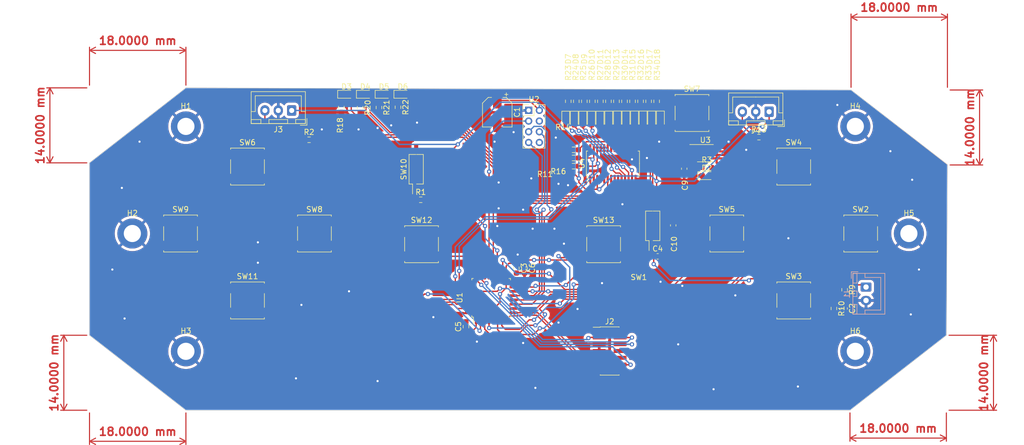
<source format=kicad_pcb>
(kicad_pcb (version 20221018) (generator pcbnew)
  (layers (0 "F.Cu" signal) (31 "B.Cu" signal) (34 "B.Paste" user) (35 "F.Paste" user) (36 "B.SilkS" user "B.Silkscreen") (37 "F.SilkS" user "F.Silkscreen") (38 "B.Mask" user) (39 "F.Mask" user) (44 "Edge.Cuts" user))
  (net 0 "")
  (net 1 "POWER_CHECK")
  (net 2 "GND")
  (net 3 "Li-ion")
  (net 4 "Net-(U3-BP)")
  (net 5 "Glob_Alim")
  (net 6 "Net-(D2-A)")
  (net 7 "Net-(D3-K)")
  (net 8 "Net-(D3-A)")
  (net 9 "Net-(D4-K)")
  (net 10 "Net-(D4-A)")
  (net 11 "Net-(D5-K)")
  (net 12 "Net-(D5-A)")
  (net 13 "Net-(D6-K)")
  (net 14 "Net-(D6-A)")
  (net 15 "Net-(D7-K)")
  (net 16 "Net-(D7-A)")
  (net 17 "Net-(D8-K)")
  (net 18 "Net-(D8-A)")
  (net 19 "Net-(D9-K)")
  (net 20 "Net-(D9-A)")
  (net 21 "Net-(D10-K)")
  (net 22 "Net-(D10-A)")
  (net 23 "Net-(D11-K)")
  (net 24 "Net-(D11-A)")
  (net 25 "Net-(D12-K)")
  (net 26 "Net-(D12-A)")
  (net 27 "Net-(D13-K)")
  (net 28 "Net-(D13-A)")
  (net 29 "Net-(D14-K)")
  (net 30 "Net-(D14-A)")
  (net 31 "Net-(D15-K)")
  (net 32 "Net-(D15-A)")
  (net 33 "Net-(D16-K)")
  (net 34 "Net-(D16-A)")
  (net 35 "Net-(D17-K)")
  (net 36 "Net-(D17-A)")
  (net 37 "Net-(D18-K)")
  (net 38 "Net-(D18-A)")
  (net 41 "SWDIO")
  (net 42 "SWDCK")
  (net 46 "Reset_Buton ")
  (net 47 "USART2_RX")
  (net 48 "USART2_TX")
  (net 49 "NES{slash}SNES_switcher")
  (net 50 "R")
  (net 51 "A_Button")
  (net 52 "B_Button")
  (net 53 "X_Button")
  (net 54 "Y_Button")
  (net 55 "UC_Button")
  (net 56 "LC_Button")
  (net 57 "DIODE_SDA")
  (net 58 "RC_Button")
  (net 59 "L")
  (net 60 "DIODE_CLK")
  (net 61 "DC_Button")
  (net 62 "DIODE_OE")
  (net 63 "ST_Button")
  (net 64 "SE_Button")
  (net 65 "Order_Search")
  (net 66 "RX{slash}TX")
  (net 68 "Pin_Clock")
  (net 69 "Digital_Out_Put")
  (net 70 "MOSI")
  (net 74 "Net-(U3-IN)")
  (footprint "Resistor_SMD:R_0603_1608Metric_Pad0.98x0.95mm_HandSolder" (layer "F.Cu") (at 150.368 74.422)
    (fp_text reference "R14")
    (fp_text value "10K")
  )
  (footprint "Resistor_SMD:R_0603_1608Metric_Pad0.98x0.95mm_HandSolder" (layer "F.Cu") (at 199 101 -90)
    (fp_text reference "R10")
    (fp_text value "1M")
  )
  (footprint "Connector_PinHeader_1.27mm:PinHeader_2x07_P1.27mm_Vertical_SMD" (layer "F.Cu") (at 157.125 108.94)
    (fp_text reference "J2")
    (fp_text value "Conn_02x07_Odd_Even")
  )
  (footprint "Button_Switch_SMD:SW_SPST_B3S-1000" (layer "F.Cu") (at 179 87)
    (fp_text reference "SW5")
    (fp_text value "SW_Push")
  )
  (footprint "MountingHole:MountingHole_3.2mm_M3_DIN965_Pad" (layer "F.Cu") (at 78 67)
    (fp_text reference "H1")
    (fp_text value "MountingHole_Pad")
  )
  (footprint "LED_SMD:LED_0603_1608Metric_Pad1.05x0.95mm_HandSolder" (layer "F.Cu") (at 118.5 61)
    (fp_text reference "D6")
    (fp_text value "G4")
  )
  (footprint "Resistor_SMD:R_0603_1608Metric_Pad0.98x0.95mm_HandSolder" (layer "F.Cu") (at 141.224 93.472 -90)
    (fp_text reference "C6")
    (fp_text value "10u")
  )
  (footprint "Resistor_SMD:R_0603_1608Metric_Pad0.98x0.95mm_HandSolder" (layer "F.Cu") (at 185 69)
    (fp_text reference "R13")
    (fp_text value "1K")
  )
  (footprint "LED_SMD:LED_0603_1608Metric_Pad1.05x0.95mm_HandSolder" (layer "F.Cu") (at 158.575 65.8 -90)
    (fp_text reference "D13")
    (fp_text value "O3")
  )
  (footprint "LED_SMD:LED_0603_1608Metric_Pad1.05x0.95mm_HandSolder" (layer "F.Cu") (at 164.975 65.8 -90)
    (fp_text reference "D17")
    (fp_text value "R3")
  )
  (footprint "Resistor_SMD:R_0603_1608Metric_Pad0.98x0.95mm_HandSolder" (layer "F.Cu") (at 153.9 62.3125 90)
    (fp_text reference "R26")
    (fp_text value "1K")
  )
  (footprint "MountingHole:MountingHole_3.2mm_M3_DIN965_Pad" (layer "F.Cu") (at 213 87)
    (fp_text reference "H5")
    (fp_text value "MountingHole_Pad")
  )
  (footprint "Button_Switch_SMD:SW_SPST_B3S-1000" (layer "F.Cu") (at 156 89)
    (fp_text reference "SW13")
    (fp_text value "SW_Push")
  )
  (footprint "Button_Switch_SMD:SW_DIP_SPSTx01_Slide_Copal_CHS-01B_W7.62mm_P1.27mm" (layer "F.Cu") (at 121 75 90)
    (fp_text reference "SW10")
    (fp_text value "SW_DIP_x01")
  )
  (footprint "Resistor_SMD:R_0603_1608Metric_Pad0.98x0.95mm_HandSolder" (layer "F.Cu") (at 175.26 74.676)
    (fp_text reference "R3")
    (fp_text value "R_Small")
  )
  (footprint "LED_SMD:LED_0603_1608Metric_Pad1.05x0.95mm_HandSolder" (layer "F.Cu") (at 108 61)
    (fp_text reference "D3")
    (fp_text value "G1")
  )
  (footprint "Connector_PinHeader_2.00mm:PinHeader_2x04_P2.00mm_Vertical" (layer "F.Cu") (at 142 64)
    (fp_text reference "U2")
    (fp_text value "nRF24_Full")
  )
  (footprint "Button_Switch_SMD:SW_SPST_B3S-1000" (layer "F.Cu") (at 102 87)
    (fp_text reference "SW8")
    (fp_text value "SW_Push")
  )
  (footprint "Resistor_SMD:R_0603_1608Metric_Pad0.98x0.95mm_HandSolder" (layer "F.Cu") (at 139.7 93.472 -90)
    (fp_text reference "C3")
    (fp_text value "100n")
  )
  (footprint "Button_Switch_SMD:SW_SPST_B3S-1000" (layer "F.Cu") (at 122 89)
    (fp_text reference "SW12")
    (fp_text value "SW_Push")
  )
  (footprint "MountingHole:MountingHole_3.2mm_M3_DIN965_Pad" (layer "F.Cu") (at 78 109)
    (fp_text reference "H3")
    (fp_text value "MountingHole_Pad")
  )
  (footprint "Resistor_SMD:R_0603_1608Metric_Pad0.98x0.95mm_HandSolder" (layer "F.Cu") (at 107.025 63.475 -90)
    (fp_text reference "R18")
    (fp_text value "1K")
  )
  (footprint "Resistor_SMD:R_0603_1608Metric_Pad0.98x0.95mm_HandSolder" (layer "F.Cu") (at 201 97.5 -90)
    (fp_text reference "R9")
    (fp_text value "1M")
  )
  (footprint "MountingHole:MountingHole_3.2mm_M3_DIN965_Pad" (layer "F.Cu") (at 203 67)
    (fp_text reference "H4")
    (fp_text value "MountingHole_Pad")
  )
  (footprint "Resistor_SMD:R_0603_1608Metric_Pad0.98x0.95mm_HandSolder" (layer "F.Cu") (at 101 69.5)
    (fp_text reference "R2")
    (fp_text value "1K")
  )
  (footprint "Button_Switch_SMD:SW_SPST_B3S-1000" (layer "F.Cu") (at 204 87)
    (fp_text reference "SW2")
    (fp_text value "SW_Push")
  )
  (footprint "Resistor_SMD:R_0603_1608Metric_Pad0.98x0.95mm_HandSolder" (layer "F.Cu") (at 164.4 62.3125 90)
    (fp_text reference "R33")
    (fp_text value "1K")
  )
  (footprint "Resistor_SMD:R_0603_1608Metric_Pad0.98x0.95mm_HandSolder" (layer "F.Cu") (at 117.6 63.425 -90)
    (fp_text reference "R22")
    (fp_text value "1K")
  )
  (footprint "Button_Switch_SMD:SW_SPST_B3S-1000" (layer "F.Cu") (at 77 87)
    (fp_text reference "SW9")
    (fp_text value "SW_Push")
  )
  (footprint "Resistor_SMD:R_0603_1608Metric_Pad0.98x0.95mm_HandSolder" (layer "F.Cu") (at 158.4 62.3125 90)
    (fp_text reference "R29")
    (fp_text value "1K")
  )
  (footprint "LED_SMD:LED_0603_1608Metric_Pad1.05x0.95mm_HandSolder" (layer "F.Cu") (at 152.125 65.825 -90)
    (fp_text reference "D9")
    (fp_text value "G7")
  )
  (footprint "Resistor_SMD:R_0603_1608Metric_Pad0.98x0.95mm_HandSolder" (layer "F.Cu") (at 121.85 80.7)
    (fp_text reference "R1")
    (fp_text value "1K")
  )
  (footprint "LED_SMD:LED_0603_1608Metric_Pad1.05x0.95mm_HandSolder" (layer "F.Cu") (at 166.6 65.8 -90)
    (fp_text reference "D18")
    (fp_text value "R4")
  )
  (footprint "LED_SMD:LED_0603_1608Metric_Pad1.05x0.95mm_HandSolder" (layer "F.Cu") (at 160.175 65.8 -90)
    (fp_text reference "D14")
    (fp_text value "O4")
  )
  (footprint "Connector_JST:JST_XH_B3B-XH-A_1x03_P2.50mm_Vertical" (layer "F.Cu") (at 97.75 64.025 180)
    (fp_text reference "J3")
    (fp_text value "Conn_01x03")
  )
  (footprint "Capacitor_SMD:C_0603_1608Metric_Pad1.08x0.95mm_HandSolder" (layer "F.Cu") (at 166.095 91.27)
    (fp_text reference "C4")
    (fp_text value "1u")
  )
  (footprint "Resistor_SMD:R_0603_1608Metric_Pad0.98x0.95mm_HandSolder" (layer "F.Cu") (at 156.9 62.3125 90)
    (fp_text reference "R28")
    (fp_text value "1K")
  )
  (footprint "Resistor_SMD:R_0603_1608Metric_Pad0.98x0.95mm_HandSolder" (layer "F.Cu") (at 162.9 62.3125 90)
    (fp_text reference "R32")
    (fp_text value "1K")
  )
  (footprint "Package_SO:TSSOP-28_4.4x9.7mm_P0.65mm" (layer "F.Cu") (at 157.734 73.914 90)
    (fp_text reference "U4")
    (fp_text value "PCA9685PW")
  )
  (footprint "Resistor_SMD:R_0603_1608Metric_Pad0.98x0.95mm_HandSolder" (layer "F.Cu") (at 150.368 71.374 180)
    (fp_text reference "R16")
    (fp_text value "10K")
  )
  (footprint "Button_Switch_SMD:SW_SPST_B3S-1000" (layer "F.Cu") (at 191.5 99.5)
    (fp_text reference "SW3")
    (fp_text value "SW_Push")
  )
  (footprint "MountingHole:MountingHole_3.2mm_M3_DIN965_Pad" (layer "F.Cu") (at 203 109)
    (fp_text reference "H6")
    (fp_text value "MountingHole_Pad")
  )
  (footprint "Capacitor_SMD:C_0603_1608Metric_Pad1.08x0.95mm_HandSolder" (layer "F.Cu") (at 201 101 -90)
    (fp_text reference "C2")
    (fp_text value "1nF")
  )
  (footprint "Resistor_SMD:R_0603_1608Metric_Pad0.98x0.95mm_HandSolder" (layer "F.Cu") (at 110.525 63.5 -90)
    (fp_text reference "R20")
    (fp_text value "1K")
  )
  (footprint "Connector_JST:JST_XH_B3B-XH-A_1x03_P2.50mm_Vertical" (layer "F.Cu") (at 186.904 64.262 180)
    (fp_text reference "J4")
    (fp_text value "Conn_01x03")
  )
  (footprint "Resistor_SMD:R_0603_1608Metric_Pad0.98x0.95mm_HandSolder" (layer "F.Cu") (at 149.4 62.3125 90)
    (fp_text reference "R23")
    (fp_text value "1K")
  )
  (footprint "Capacitor_SMD:C_0603_1608Metric_Pad1.08x0.95mm_HandSolder" (layer "F.Cu") (at 168.995 85.4825 -90)
    (fp_text reference "C10")
    (fp_text value "100nF")
  )
  (footprint "Button_Switch_SMD:SW_SPST_B3S-1000" (layer "F.Cu") (at 89.5 74.5)
    (fp_text reference "SW6")
    (fp_text value "SW_Push")
  )
  (footprint "LED_SMD:LED_0603_1608Metric_Pad1.05x0.95mm_HandSolder" (layer "F.Cu") (at 156.95 65.8125 -90)
    (fp_text reference "D12")
    (fp_text value "O2")
  )
  (footprint "LED_SMD:LED_0603_1608Metric_Pad1.05x0.95mm_HandSolder" (layer "F.Cu") (at 111.5 61)
    (fp_text reference "D4")
    (fp_text value "G2")
  )
  (footprint "LED_SMD:LED_0603_1608Metric_Pad1.05x0.95mm_HandSolder" (layer "F.Cu") (at 175.26 76.2)
    (fp_text reference "D2")
    (fp_text value "LED_Small")
  )
  (footprint "LED_SMD:LED_0603_1608Metric_Pad1.05x0.95mm_HandSolder" (layer "F.Cu") (at 148.925 65.825 -90)
    (fp_text reference "D7")
    (fp_text value "G5")
  )
  (footprint "Package_SO:MSOP-8_3x3mm_P0.65mm" (layer "F.Cu") (at 175 72)
    (fp_text reference "U3")
    (fp_text value "MIC5219-3.3YMM")
  )
  (footprint "Resistor_SMD:R_0603_1608Metric_Pad0.98x0.95mm_HandSolder" (layer "F.Cu") (at 152.4 62.3125 90)
    (fp_text reference "R25")
    (fp_text value "1K")
  )
  (footprint "Capacitor_SMD:CP_Elec_5x5.4" (layer "F.Cu") (at 136.144 64.348 -90)
    (fp_text reference "C1")
    (fp_text value "100uF")
  )
  (footprint "Resistor_SMD:R_0603_1608Metric_Pad0.98x0.95mm_HandSolder" (layer "F.Cu") (at 114.05 63.475 -90)
    (fp_text reference "R21")
    (fp_text value "1K")
  )
  (footprint "Button_Switch_SMD:SW_SPST_B3S-1000" (layer "F.Cu") (at 89.5 99.5)
    (fp_text reference "SW11")
    (fp_text value "SW_Push")
  )
  (footprint "Button_Switch_SMD:SW_DIP_SPSTx01_Slide_Copal_CHS-01B_W7.62mm_P1.27mm" (layer "F.Cu") (at 165.17 85.57 90)
    (fp_text reference "SW1")
    (fp_text value "SW_DIP_x01")
  )
  (footprint "LED_SMD:LED_0603_1608Metric_Pad1.05x0.95mm_HandSolder" (layer "F.Cu") (at 161.775 65.8 -90)
    (fp_text reference "D15")
    (fp_text value "R1")
  )
  (footprint "Resistor_SMD:R_0603_1608Metric_Pad0.98x0.95mm_HandSolder" (layer "F.Cu") (at 161.4 62.3125 90)
    (fp_text reference "R31")
    (fp_text value "1K")
  )
  (footprint "Capacitor_SMD:C_0603_1608Metric_Pad1.08x0.95mm_HandSolder" (layer "F.Cu") (at 171.05 74.9 -90)
    (fp_text reference "C9")
    (fp_text value "470p")
  )
  (footprint "LED_SMD:LED_0603_1608Metric_Pad1.05x0.95mm_HandSolder" (layer "F.Cu") (at 115 61)
    (fp_text reference "D5")
    (fp_text value "G3")
  )
  (footprint "LED_SMD:LED_0603_1608Metric_Pad1.05x0.95mm_HandSolder" (layer "F.Cu") (at 150.525 65.825 -90)
    (fp_text reference "D8")
    (fp_text value "G6")
  )
  (footprint "Resistor_SMD:R_0603_1608Metric_Pad0.98x0.95mm_HandSolder" (layer "F.Cu") (at 159.9 62.3125 90)
    (fp_text reference "R30")
    (fp_text value "1K")
  )
  (footprint "MountingHole:MountingHole_3.2mm_M3_DIN965_Pad" (layer "F.Cu") (at 68 87)
    (fp_text reference "H2")
    (fp_text value "MountingHole_Pad")
  )
  (footprint "Resistor_SMD:R_0603_1608Metric_Pad0.98x0.95mm_HandSolder" (layer "F.Cu") (at 150.368 72.898 180)
    (fp_text reference "R11")
    (fp_text value "10K")
  )
  (footprint "Button_Switch_SMD:SW_SPST_B3S-1000" (layer "F.Cu") (at 191.5 74.5)
    (fp_text reference "SW4")
    (fp_text value "SW_Push")
  )
  (footprint "Resistor_SMD:R_0603_1608Metric_Pad0.98x0.95mm_HandSolder" (layer "F.Cu") (at 155.4 62.3125 90)
    (fp_text reference "R27")
    (fp_text value "1K")
  )
  (footprint "LED_SMD:LED_0603_1608Metric_Pad1.05x0.95mm_HandSolder" (layer "F.Cu") (at 153.725 65.825 -90)
    (fp_text reference "D10")
    (fp_text value "G8")
  )
  (footprint "LED_SMD:LED_0603_1608Metric_Pad1.05x0.95mm_HandSolder" (layer "F.Cu") (at 163.375 65.8 -90)
    (fp_text reference "D16")
    (fp_text value "R2")
  )
  (footprint "Resistor_SMD:R_0603_1608Metric_Pad0.98x0.95mm_HandSolder" (layer "F.Cu") (at 150.9 62.3125 90)
    (fp_text reference "R24")
    (fp_text value "1K")
  )
  (footprint "LED_SMD:LED_0603_1608Metric_Pad1.05x0.95mm_HandSolder" (layer "F.Cu") (at 155.325 65.825 -90)
    (fp_text reference "D11")
    (fp_text value "O1")
  )
  (footprint "Resistor_SMD:R_0603_1608Metric_Pad0.98x0.95mm_HandSolder" (layer "F.Cu") (at 165.9 62.3125 90)
    (fp_text reference "R34")
    (fp_text value "1K")
  )
  (footprint "Package_QFP:LQFP-32_7x7mm_P0.8mm" (layer "F.Cu") (at 135 99 90)
    (fp_text reference "U1")
    (fp_text value "STM32L412KBTx")
  )
  (footprint "Button_Switch_SMD:SW_SPST_B3S-1000" (layer "F.Cu") (at 172.5 64.5)
    (fp_text reference "SW7")
    (fp_text value "SW_SPST")
  )
  (footprint "Resistor_SMD:R_0603_1608Metric_Pad0.98x0.95mm_HandSolder" (layer "F.Cu") (at 130.302 104.394 90)
    (fp_text reference "C5")
    (fp_text value "100n")
  )
  (footprint "Connector_JST:JST_XH_B2B-XH-A_1x02_P2.50mm_Vertical" (layer "B.Cu") (at 205 97 -90)
    (fp_text reference "J1")
    (fp_text value "Conn_01x02")
  )
  (gr_line (start 220.2 74.1) (end 220 106) (stroke (width 0.1)) (layer "Edge.Cuts"))
  (gr_line (start 78 59.8) (end 202.2 60.2) (stroke (width 0.1)) (layer "Edge.Cuts"))
  (gr_line (start 202.2 60.2) (end 220.2 74.1) (stroke (width 0.1)) (layer "Edge.Cuts"))
  (gr_line (start 202 120) (end 78 120) (stroke (width 0.1)) (layer "Edge.Cuts"))
  (gr_line (start 220 106) (end 202 120) (stroke (width 0.1)) (layer "Edge.Cuts"))
  (gr_line (start 60 73.8) (end 78 59.8) (stroke (width 0.1)) (layer "Edge.Cuts"))
  (gr_line (start 60 106) (end 60 73.8) (stroke (width 0.1)) (layer "Edge.Cuts"))
  (gr_line (start 78 120) (end 60 106) (stroke (width 0.1)) (layer "Edge.Cuts"))
  (dimension (type aligned) (layer "F.Cu") (pts (xy 60 59.8) (xy 60 73.8)) (height 7.4) (gr_text "14,0000 mm" (at 50.8 66.8 90) (layer "F.Cu") (effects (font (size 1.5 1.5) (thickness 0.3)))) (format (prefix "") (suffix "") (units 3) (units_format 1) (precision 4)) (style (thickness 0.2) (arrow_length 1.27) (text_position_mode 0) (extension_height 0.58642) (extension_offset 0.5) keep_text_aligned))
  (dimension (type aligned) (layer "F.Cu") (pts (xy 60 120) (xy 78 120)) (height 5.8) (gr_text "18,0000 mm" (at 69 124) (layer "F.Cu") (effects (font (size 1.5 1.5) (thickness 0.3)))) (format (prefix "") (suffix "") (units 3) (units_format 1) (precision 4)) (style (thickness 0.2) (arrow_length 1.27) (text_position_mode 0) (extension_height 0.58642) (extension_offset 0.5) keep_text_aligned))
  (dimension (type aligned) (layer "F.Cu") (pts (xy 220 120) (xy 202 120)) (height -5.2) (gr_text "18,0000 mm" (at 211 123.4) (layer "F.Cu") (effects (font (size 1.5 1.5) (thickness 0.3)))) (format (prefix "") (suffix "") (units 3) (units_format 1) (precision 4)) (style (thickness 0.2) (arrow_length 1.27) (text_position_mode 0) (extension_height 0.58642) (extension_offset 0.5) keep_text_aligned))
  (dimension (type aligned) (layer "F.Cu") (pts (xy 60 59.8) (xy 78 59.8)) (height -7) (gr_text "18,0000 mm" (at 69 51) (layer "F.Cu") (effects (font (size 1.5 1.5) (thickness 0.3)))) (format (prefix "") (suffix "") (units 3) (units_format 1) (precision 4)) (style (thickness 0.2) (arrow_length 1.27) (text_position_mode 0) (extension_height 0.58642) (extension_offset 0.5) keep_text_aligned))
  (dimension (type aligned) (layer "F.Cu") (pts (xy 220.2 60.2) (xy 220.2 74.2)) (height -6) (gr_text "14,0000 mm" (at 224.4 67.2 90) (layer "F.Cu") (effects (font (size 1.5 1.5) (thickness 0.3)))) (format (prefix "") (suffix "") (units 3) (units_format 1) (precision 4)) (style (thickness 0.2) (arrow_length 1.27) (text_position_mode 0) (extension_height 0.58642) (extension_offset 0.5) keep_text_aligned))
  (dimension (type aligned) (layer "F.Cu") (pts (xy 220 120) (xy 220 106)) (height 8.8) (gr_text "14,0000 mm" (at 227 113 90) (layer "F.Cu") (effects (font (size 1.5 1.5) (thickness 0.3)))) (format (prefix "") (suffix "") (units 3) (units_format 1) (precision 4)) (style (thickness 0.2) (arrow_length 1.27) (text_position_mode 0) (extension_height 0.58642) (extension_offset 0.5) keep_text_aligned))
  (dimension (type aligned) (layer "F.Cu") (pts (xy 60 120) (xy 60 106)) (height -4.8) (gr_text "14,0000 mm" (at 53.4 113 90) (layer "F.Cu") (effects (font (size 1.5 1.5) (thickness 0.3)))) (format (prefix "") (suffix "") (units 3) (units_format 1) (precision 4)) (style (thickness 0.2) (arrow_length 1.27) (text_position_mode 0) (extension_height 0.58642) (extension_offset 0.5) keep_text_aligned))
  (dimension (type aligned) (layer "F.Cu") (pts (xy 220.2 60.2) (xy 202.2 60.2)) (height 13.6) (gr_text "18,0000 mm" (at 211.2 44.8) (layer "F.Cu") (effects (font (size 1.5 1.5) (thickness 0.3)))) (format (prefix "") (suffix "") (units 3) (units_format 1) (precision 4)) (style (thickness 0.2) (arrow_length 1.27) (text_position_mode 0) (extension_height 0.58642) (extension_offset 0.5) keep_text_aligned))
  (segment (start 199 100.3) (end 196.176 103.124) (width 0.25) (layer "F.Cu") (net 1))
  (segment (start 136.125402 97.8) (end 136.647701 97.277701) (width 0.25) (layer "F.Cu") (net 1))
  (segment (start 147.828 100.076) (end 148.648 99.256) (width 0.25) (layer "F.Cu") (net 1))
  (segment (start 182.243604 103.124) (end 178.375604 99.256) (width 0.25) (layer "F.Cu") (net 1))
  (segment (start 200.95 100.0875) (end 201 100.1375) (width 0.25) (layer "F.Cu") (net 1))
  (segment (start 199 100.0875) (end 200.95 100.0875) (width 0.25) (layer "F.Cu") (net 1))
  (segment (start 166.624 99.256) (end 166.37 99.256) (width 0.25) (layer "F.Cu") (net 1))
  (segment (start 130.825 97.8) (end 136.125402 97.8) (width 0.25) (layer "F.Cu") (net 1))
  (segment (start 178.375604 99.256) (end 166.624 99.256) (width 0.25) (layer "F.Cu") (net 1))
  (segment (start 201 100.1375) (end 201 98.4125) (width 0.25) (layer "F.Cu") (net 1))
  (segment (start 199 100.0875) (end 199 100.3) (width 0.25) (layer "F.Cu") (net 1))
  (segment (start 148.648 99.256) (end 166.624 99.256) (width 0.25) (layer "F.Cu") (net 1))
  (segment (start 196.176 103.124) (end 182.243604 103.124) (width 0.25) (layer "F.Cu") (net 1))
  (via (at 136.647701 97.277701) (size 0.8) (drill 0.4) (layers "F.Cu" "B.Cu") (net 1))
  (via (at 147.828 100.076) (size 0.8) (drill 0.4) (layers "F.Cu" "B.Cu") (net 1))
  (segment (start 140.97 100.076) (end 138.171701 97.277701) (width 0.25) (layer "B.Cu") (net 1))
  (segment (start 147.828 100.076) (end 140.97 100.076) (width 0.25) (layer "B.Cu") (net 1))
  (segment (start 138.171701 97.277701) (end 136.647701 97.277701) (width 0.25) (layer "B.Cu") (net 1))
  (segment (start 154.159 76.7765) (end 154.159 75.203) (width 0.25) (layer "F.Cu") (net 2))
  (segment (start 154.178 75.184) (end 155.194 75.184) (width 0.25) (layer "F.Cu") (net 2))
  (segment (start 155.459 75.449) (end 155.459 76.7765) (width 0.25) (layer "F.Cu") (net 2))
  (segment (start 161.959 78.139) (end 162.052 78.232) (width 0.25) (layer "F.Cu") (net 2))
  (segment (start 155.459 72.655) (end 155.702 72.898) (width 0.25) (layer "F.Cu") (net 2))
  (segment (start 154.159 75.203) (end 154.178 75.184) (width 0.25) (layer "F.Cu") (net 2))
  (segment (start 155.459 71.0515) (end 155.459 72.655) (width 0.25) (layer "F.Cu") (net 2))
  (segment (start 155.702 72.898) (end 156.109 72.491) (width 0.25) (layer "F.Cu") (net 2))
  (segment (start 161.959 76.7765) (end 161.959 78.139) (width 0.25) (layer "F.Cu") (net 2))
  (segment (start 155.194 75.184) (end 155.459 75.449) (width 0.25) (layer "F.Cu") (net 2))
  (segment (start 156.109 72.491) (end 156.109 71.0515) (width 0.25) (layer "F.Cu") (net 2))
  (via (at 103.378 67.564) (size 0.8) (drill 0.4) (layers "F.Cu" "B.Cu") (net 2))
  (via (at 164.084 72.898) (size 0.8) (drill 0.4) (layers "F.Cu" "B.Cu") (net 2))
  (via (at 176.53 116.078) (size 0.8) (drill 0.4) (layers "F.Cu" "B.Cu") (net 2))
  (via (at 214.884 93.726) (size 0.8) (drill 0.4) (layers "F.Cu" "B.Cu") (net 2))
  (via (at 170.688 96.774) (size 0.8) (drill 0.4) (layers "F.Cu" "B.Cu") (net 2))
  (via (at 132.334 107.188) (size 0.8) (drill 0.4) (layers "F.Cu" "B.Cu") (net 2))
  (via (at 159.512 81.534) (size 0.8) (drill 0.4) (layers "F.Cu" "B.Cu") (net 2))
  (via (at 66.04 78.486) (size 0.8) (drill 0.4) (layers "F.Cu" "B.Cu") (net 2))
  (via (at 121.158 66.294) (size 0.8) (drill 0.4) (layers "F.Cu" "B.Cu") (net 2))
  (via (at 110.236 67.564) (size 0.8) (drill 0.4) (layers "F.Cu" "B.Cu") (net 2))
  (via (at 91.44 88.646) (size 0.8) (drill 0.4) (layers "F.Cu" "B.Cu") (net 2))
  (via (at 179.324 69.85) (size 0.8) (drill 0.4) (layers "F.Cu" "B.Cu") (net 2))
  (via (at 213.614 76.962) (size 0.8) (drill 0.4) (layers "F.Cu" "B.Cu") (net 2))
  (via (at 192.278 115.57) (size 0.8) (drill 0.4) (layers "F.Cu" "B.Cu") (net 2))
  (via (at 151.13 101.092) (size 0.8) (drill 0.4) (layers "F.Cu" "B.Cu") (net 2))
  (via (at 69.342 69.85) (size 0.8) (drill 0.4) (layers "F.Cu" "B.Cu") (net 2))
  (via (at 199.644 62.992) (size 0.8) (drill 0.4) (layers "F.Cu" "B.Cu") (net 2))
  (via (at 108.458 97.79) (size 0.8) (drill 0.4) (layers "F.Cu" "B.Cu") (net 2))
  (via (at 140.97 107.442) (size 0.8) (drill 0.4) (layers "F.Cu" "B.Cu") (net 2))
  (via (at 155.702 96.266) (size 0.8) (drill 0.4) (layers "F.Cu" "B.Cu") (net 2))
  (via (at 190.5 87.884) (size 0.8) (drill 0.4) (layers "F.Cu" "B.Cu") (net 2))
  (via (at 146.812 86.106) (size 0.8) (drill 0.4) (layers "F.Cu" "B.Cu") (net 2))
  (via (at 147.574 103.632) (size 0.8) (drill 0.4) (layers "F.Cu" "B.Cu") (net 2))
  (via (at 64.262 93.726) (size 0.8) (drill 0.4) (layers "F.Cu" "B.Cu") (net 2))
  (via (at 142.494 76.708) (size 0.8) (drill 0.4) (layers "F.Cu" "B.Cu") (net 2))
  (via (at 140.97 82.55) (size 0.8) (drill 0.4) (layers "F.Cu" "B.Cu") (net 2))
  (via (at 180.594 98.552) (size 0.8) (drill 0.4) (layers "F.Cu" "B.Cu") (net 2))
  (via (at 116.332 66.802) (size 0.8) (drill 0.4) (layers "F.Cu" "B.Cu") (net 2))
  (via (at 166.624 96.012) (size 0.8) (drill 0.4) (layers "F.Cu" "B.Cu") (net 2))
  (via (at 147.066 69.088) (size 0.8) (drill 0.4) (layers "F.Cu" "B.Cu") (net 2))
  (via (at 166.37 69.85) (size 0.8) (drill 0.4) (layers "F.Cu" "B.Cu") (net 2))
  (via (at 113.792 114.554) (size 0.8) (drill 0.4) (layers "F.Cu" "B.Cu") (net 2))
  (via (at 182.626 71.374) (size 0.8) (drill 0.4) (layers "F.Cu" "B.Cu") (net 2))
  (via (at 136.398 77.47) (size 0.8) (drill 0.4) (layers "F.Cu" "B.Cu") (net 2))
  (via (at 98.552 114.046) (size 0.8) (drill 0.4) (layers "F.Cu" "B.Cu") (net 2))
  (via (at 66.548 102.87) (size 0.8) (drill 0.4) (layers "F.Cu" "B.Cu") (net 2))
  (via (at 213.36 102.108) (size 0.8) (drill 0.4) (layers "F.Cu" "B.Cu") (net 2))
  (via (at 169.926 107.696) (size 0.8) (drill 0.4) (layers "F.Cu" "B.Cu") (net 2))
  (via (at 142.748 86.106) (size 0.8) (drill 0.4) (layers "F.Cu" "B.Cu") (net 2))
  (via (at 99.568 100.33) (size 0.8) (drill 0.4) (layers "F.Cu" "B.Cu") (net 2))
  (via (at 149.352 77.978) (size 0.8) (drill 0.4) (layers "F.Cu" "B.Cu") (net 2))
  (via (at 136.398 82.296) (size 0.8) (drill 0.4) (layers "F.Cu" "B.Cu") (net 2))
  (via (at 209.55 71.628) (size 0.8) (drill 0.4) (layers "F.Cu" "B.Cu") (net 2))
  (via (at 136.144 85.598) (size 0.8) (drill 0.4) (layers "F.Cu" "B.Cu") (net 2))
  (via (at 135.636 69.85) (size 0.8) (drill 0.4) (layers "F.Cu" "B.Cu") (net 2))
  (via (at 91.44 92.456) (size 0.8) (drill 0.4) (layers "F.Cu" "B.Cu") (net 2))
  (via (at 139.192 68.072) (size 0.8) (drill 0.4) (layers "F.Cu" "B.Cu") (net 2))
  (via (at 143.256 115.824) (size 0.8) (drill 0.4) (layers "F.Cu" "B.Cu") (net 2))
  (via (at 113.792 67.31) (size 0.8) (drill 0.4) (layers "F.Cu" "B.Cu") (net 2))
  (via (at 139.954 90.932) (size 0.8) (drill 0.4) (layers "F.Cu" "B.Cu") (net 2))
  (via (at 148.59 88.9) (size 0.8) (drill 0.4) (layers "F.Cu" "B.Cu") (net 2))
  (via (at 124.206 102.616) (size 0.8) (drill 0.4) (layers "F.Cu" "B.Cu") (net 2))
  (via (at 161.29 73.152) (size 0.8) (drill 0.4) (layers "F.Cu" "B.Cu") (net 2))
  (via (at 147.574 77.724) (size 0.8) (drill 0.4) (layers "F.Cu" "B.Cu") (net 2))
  (segment (start 201 96.5875) (end 204.5875 96.5875) (width 0.25) (layer "F.Cu") (net 3))
  (segment (start 165.17 89.38) (end 165.17 91.2075) (width 0.25) (layer "F.Cu") (net 3))
  (segment (start 165.354 91.3915) (end 165.2325 91.27) (width 0.25) (layer "F.Cu") (net 3))
  (segment (start 165.17 91.2075) (end 165.2325 91.27) (width 0.25) (layer "F.Cu") (net 3))
  (segment (start 204.5875 96.5875) (end 205 97) (width 0.25) (layer "F.Cu") (net 3))
  (segment (start 199.853698 95.441198) (end 183.450802 95.441198) (width 0.25) (layer "F.Cu") (net 3))
  (segment (start 165.354 92.71) (end 165.354 91.3915) (width 0.25) (layer "F.Cu") (net 3))
  (segment (start 201 96.5875) (end 199.853698 95.441198) (width 0.25) (layer "F.Cu") (net 3))
  (segment (start 183.450802 95.441198) (end 183.134 95.758) (width 0.25) (layer "F.Cu") (net 3))
  (via (at 165.354 92.71) (size 0.8) (drill 0.4) (layers "F.Cu" "B.Cu") (net 3))
  (via (at 183.134 95.758) (size 0.8) (drill 0.4) (layers "F.Cu" "B.Cu") (net 3))
  (segment (start 183.134 95.758) (end 168.402 95.758) (width 0.25) (layer "B.Cu") (net 3))
  (segment (start 168.402 95.758) (end 165.354 92.71) (width 0.25) (layer "B.Cu") (net 3))
  (segment (start 171.05 74.0375) (end 171.05 73.552) (width 0.25) (layer "F.Cu") (net 4))
  (segment (start 171.05 73.552) (end 171.627 72.975) (width 0.25) (layer "F.Cu") (net 4))
  (segment (start 171.627 72.975) (end 172.8875 72.975) (width 0.25) (layer "F.Cu") (net 4))
  (segment (start 139.7 92.5595) (end 138.3265 92.5595) (width 0.25) (layer "F.Cu") (net 5))
  (segment (start 127.946 71.19) (end 128.778 70.358) (width 0.25) (layer "F.Cu") (net 5))
  (segment (start 155.194 78.74) (end 156.109 77.825) (width 0.25) (layer "F.Cu") (net 5))
  (segment (start 139.7 92.5595) (end 141.224 92.5595) (width 0.25) (layer "F.Cu") (net 5))
  (segment (start 138.3265 92.5595) (end 137.8 93.086) (width 0.25) (layer "F.Cu") (net 5))
  (segment (start 136.652 99.867396) (end 134.665396 101.854) (width 0.25) (layer "F.Cu") (net 5))
  (segment (start 153.509 78.647) (end 153.416 78.74) (width 0.25) (layer "F.Cu") (net 5))
  (segment (start 165.8945 77.216) (end 165.8945 82.8655) (width 0.25) (layer "F.Cu") (net 5))
  (segment (start 137.8 93.086) (end 137.8 94.825) (width 0.25) (layer "F.Cu") (net 5))
  (segment (start 136.652 98.298) (end 137.8 97.15) (width 0.25) (layer "F.Cu") (net 5))
  (segment (start 153.416 78.74) (end 154.686 78.74) (width 0.25) (layer "F.Cu") (net 5))
  (segment (start 132.2 102.242) (end 132.588 101.854) (width 0.25) (layer "F.Cu") (net 5))
  (segment (start 137.8 97.15) (end 137.8 94.825) (width 0.25) (layer "F.Cu") (net 5))
  (segment (start 154.809 78.617) (end 154.686 78.74) (width 0.25) (layer "F.Cu") (net 5))
  (segment (start 165.8945 75.6595) (end 165.8945 77.216) (width 0.25) (layer "F.Cu") (net 5))
  (segment (start 186.904 64.262) (end 186.904 65.826) (width 0.25) (layer "F.Cu") (net 5))
  (segment (start 136.652 98.298) (end 136.652 99.867396) (width 0.25) (layer "F.Cu") (net 5))
  (segment (start 132.2 103.175) (end 132.2 102.242) (width 0.25) (layer "F.Cu") (net 5))
  (segment (start 154.686 78.74) (end 155.194 78.74) (width 0.25) (layer "F.Cu") (net 5))
  (segment (start 165.8945 82.8655) (end 164.178 84.582) (width 0.25) (layer "F.Cu") (net 5))
  (segment (start 174.3475 74.676) (end 174.3475 73.021459) (width 0.25) (layer "F.Cu") (net 5))
  (segment (start 152.654 78.74) (end 153.416 78.74) (width 0.25) (layer "F.Cu") (net 5))
  (segment (start 174.3475 73.021459) (end 173.651041 72.325) (width 0.25) (layer "F.Cu") (net 5))
  (segment (start 156.109 77.825) (end 156.109 76.7765) (width 0.25) (layer "F.Cu") (net 5))
  (segment (start 164.178 84.582) (end 156.718 84.582) (width 0.25) (layer "F.Cu") (net 5))
  (segment (start 172.7625 72.2) (end 169.354 72.2) (width 0.25) (layer "F.Cu") (net 5))
  (segment (start 156.718 84.582) (end 149.352 91.948) (width 0.25) (layer "F.Cu") (net 5))
  (segment (start 135.4 102.588604) (end 135.4 103.175) (width 0.25) (layer "F.Cu") (net 5))
  (segment (start 169.164 72.39) (end 165.8945 75.6595) (width 0.25) (layer "F.Cu") (net 5))
  (segment (start 186.904 65.826) (end 185.674 67.056) (width 0.25) (layer "F.Cu") (net 5))
  (segment (start 149.4555 74.422) (end 149.4555 74.7795) (width 0.25) (layer "F.Cu") (net 5))
  (segment (start 169.354 72.2) (end 169.164 72.39) (width 0.25) (layer "F.Cu") (net 5))
  (segment (start 131.4215 105.3065) (end 132.2 104.528) (width 0.25) (layer "F.Cu") (net 5))
  (segment (start 149.352 91.948) (end 145.796 91.948) (width 0.25) (layer "F.Cu") (net 5))
  (segment (start 132.2 104.528) (end 132.2 103.175) (width 0.25) (layer "F.Cu") (net 5))
  (segment (start 134.665396 101.854) (end 135.4 102.588604) (width 0.25) (layer "F.Cu") (net 5))
  (segment (start 132.588 101.854) (end 134.665396 101.854) (width 0.25) (layer "F.Cu") (net 5))
  (segment (start 141.8355 91.948) (end 141.224 92.5595) (width 0.25) (layer "F.Cu") (net 5))
  (segment (start 154.809 76.7765) (end 154.809 78.617) (width 0.25) (layer "F.Cu") (net 5))
  (segment (start 153.509 76.7765) (end 153.509 78.647) (width 0.25) (layer "F.Cu") (net 5))
  (segment (start 155.175 106.4) (end 153.2835 106.4) (width 0.25) (layer "F.Cu") (net 5))
  (segment (start 153.2835 106.4) (end 153.162 106.5215) (width 0.25) (layer "F.Cu") (net 5))
  (segment (start 149.4555 74.422) (end 149.4555 72.898) (width 0.25) (layer "F.Cu") (net 5))
  (segment (start 172.8875 72.325) (end 172.7625 72.2) (width 0.25) (layer "F.Cu") (net 5))
  (segment (start 136.144 62.148) (end 142.148 62.148) (width 0.25) (layer "F.Cu") (net 5))
  (segment (start 151.384 76.708) (end 151.384 77.47) (width 0.25) (layer "F.Cu") (net 5))
  (segment (start 173.651041 72.325) (end 172.8875 72.325) (width 0.25) (layer "F.Cu") (net 5))
  (segment (start 149.4555 74.7795) (end 151.384 76.708) (width 0.25) (layer "F.Cu") (net 5))
  (segment (start 130.302 105.3065) (end 131.4215 105.3065) (width 0.25) (layer "F.Cu") (net 5))
  (segment (start 149.4555 71.374) (end 149.4555 72.898) (width 0.25) (layer "F.Cu") (net 5))
  (segment (start 142.148 62.148) (end 144 64) (width 0.25) (layer "F.Cu") (net 5))
  (segment (start 143.002 91.948) (end 141.8355 91.948) (width 0.25) (layer "F.Cu") (net 5))
  (segment (start 121 71.19) (end 127.946 71.19) (width 0.25) (layer "F.Cu") (net 5))
  (segment (start 151.384 77.47) (end 152.654 78.74) (width 0.25) (layer "F.Cu") (net 5))
  (via (at 145.796 91.948) (size 0.8) (drill 0.4) (layers "F.Cu" "B.Cu") (net 5))
  (via (at 165.8945 77.216) (size 0.8) (drill 0.4) (layers "F.Cu" "B.Cu") (net 5))
  (via (at 136.652 98.298) (size 0.8) (drill 0.4) (layers "F.Cu" "B.Cu") (net 5))
  (via (at 155.194 78.74) (size 0.8) (drill 0.4) (layers "F.Cu" "B.Cu") (net 5))
  (via (at 153.162 106.5215) (size 0.8) (drill 0.4) (layers "F.Cu" "B.Cu") (net 5))
  (via (at 143.002 91.948) (size 0.8) (drill 0.4) (layers "F.Cu" "B.Cu") (net 5))
  (via (at 128.778 70.358) (size 0.8) (drill 0.4) (layers "F.Cu" "B.Cu") (net 5))
  (via (at 151.384 76.708) (size 0.8) (drill 0.4) (layers "F.Cu" "B.Cu") (net 5))
  (via (at 185.674 67.056) (size 0.8) (drill 0.4) (layers "F.Cu" "B.Cu") (net 5))
  (segment (start 136.774398 98.937601) (end 136.774398 98.420398) (width 0.25) (layer "B.Cu") (net 5))
  (segment (start 164.9365 76.258) (end 157.676 76.258) (width 0.25) (layer "B.Cu") (net 5))
  (segment (start 117.865305 70.358) (end 128.778 70.358) (width 0.25) (layer "B.Cu") (net 5))
  (segment (start 136.774398 98.420398) (end 136.652 98.298) (width 0.25) (layer "B.Cu") (net 5))
  (segment (start 136.652 62.484) (end 143.764 62.484) (width 0.25) (layer "B.Cu") (net 5))
  (segment (start 144.632797 106.796) (end 136.774398 98.937601) (width 0.25) (layer "B.Cu") (net 5))
  (segment (start 145.796 91.948) (end 143.002 91.948) (width 0.25) (layer "B.Cu") (net 5))
  (segment (start 143.764 62.484) (end 144 62.72) (width 0.25) (layer "B.Cu") (net 5))
  (segment (start 152.8875 106.796) (end 145.034 106.796) (width 0.25) (layer "B.Cu") (net 5))
  (segment (start 172.983305 77.216) (end 165.8945 77.216) (width 0.25) (layer "B.Cu") (net 5))
  (segment (start 143.764 62.484) (end 143.764 62.493305) (width 0.25) (layer "B.Cu") (net 5))
  (segment (start 153.162 106.5215) (end 152.8875 106.796) (width 0.25) (layer "B.Cu") (net 5))
  (segment (start 145.034 106.796) (end 144.632797 106.796) (width 0.25) (layer "B.Cu") (net 5))
  (segment (start 97.75 64.025) (end 111.532305 64.025) (width 0.25) (layer "B.Cu") (net 5))
  (segment (start 183.143305 67.056) (end 172.983305 77.216) (width 0.25) (layer "B.Cu") (net 5))
  (segment (start 128.778 70.358) (end 136.652 62.484) (width 0.25) (layer "B.Cu") (net 5))
  (segment (start 111.532305 64.025) (end 117.865305 70.358) (width 0.25) (layer "B.Cu") (net 5))
  (segment (start 185.674 67.056) (end 183.143305 67.056) (width 0.25) (layer "B.Cu") (net 5))
  (segment (start 157.676 76.258) (end 155.194 78.74) (width 0.25) (layer "B.Cu") (net 5))
  (segment (start 144 62.72) (end 144 64) (width 0.25) (layer "B.Cu") (net 5))
  (segment (start 151.384 70.113305) (end 151.384 76.708) (width 0.25) (layer "B.Cu") (net 5))
  (segment (start 143.764 62.493305) (end 151.384 70.113305) (width 0.25) (layer "B.Cu") (net 5))
  (segment (start 165.8945 77.216) (end 164.9365 76.258) (width 0.25) (layer "B.Cu") (net 5))
  (segment (start 176.135 76.2) (end 176.135 74.7135) (width 0.25) (layer "F.Cu") (net 6))
  (segment (start 176.135 74.7135) (end 176.1725 74.676) (width 0.25) (layer "F.Cu") (net 6))
  (segment (start 107.025 61.1) (end 107.125 61) (width 0.25) (layer "F.Cu") (net 7))
  (segment (start 107.025 62.5625) (end 107.025 61.1) (width 0.25) (layer "F.Cu") (net 7))
  (segment (start 108.875 61) (end 108.875 64.045495) (width 0.25) (layer "F.Cu") (net 8))
  (segment (start 158.709 79.420188) (end 158.709 76.7765) (width 0.25) (layer "F.Cu") (net 8))
  (segment (start 156.769188 81.36) (end 158.709 79.420188) (width 0.25) (layer "F.Cu") (net 8))
  (segment (start 108.875 64.045495) (end 113.409505 68.58) (width 0.25) (layer "F.Cu") (net 8))
  (segment (start 142.696812 81.36) (end 156.769188 81.36) (width 0.25) (layer "F.Cu") (net 8))
  (segment (start 129.916812 68.58) (end 142.696812 81.36) (width 0.25) (layer "F.Cu") (net 8))
  (segment (start 113.409505 68.58) (end 129.916812 68.58) (width 0.25) (layer "F.Cu") (net 8))
  (segment (start 110.525 61.1) (end 110.625 61) (width 0.25) (layer "F.Cu") (net 9))
  (segment (start 110.525 62.5875) (end 110.525 61.1) (width 0.25) (layer "F.Cu") (net 9))
  (segment (start 142.883208 80.91) (end 130.103208 68.13) (width 0.25) (layer "F.Cu") (net 10))
  (segment (start 158.059 79.433792) (end 156.582792 80.91) (width 0.25) (layer "F.Cu") (net 10))
  (segment (start 116.136 68.13) (end 112.375 64.369) (width 0.25) (layer "F.Cu") (net 10))
  (segment (start 130.103208 68.13) (end 116.136 68.13) (width 0.25) (layer "F.Cu") (net 10))
  (segment (start 156.582792 80.91) (end 142.883208 80.91) (width 0.25) (layer "F.Cu") (net 10))
  (segment (start 158.059 76.7765) (end 158.059 79.433792) (width 0.25) (layer "F.Cu") (net 10))
  (segment (start 112.375 64.369) (end 112.375 61) (width 0.25) (layer "F.Cu") (net 10))
  (segment (start 114.125 62.4875) (end 114.05 62.5625) (width 0.25) (layer "F.Cu") (net 11))
  (segment (start 114.125 61) (end 114.125 62.4875) (width 0.25) (layer "F.Cu") (net 11))
  (segment (start 118.734 67.68) (end 130.289604 67.68) (width 0.25) (layer "F.Cu") (net 12))
  (segment (start 143.069604 80.46) (end 156.396396 80.46) (width 0.25) (layer "F.Cu") (net 12))
  (segment (start 115.875 61) (end 115.875 64.821) (width 0.25) (layer "F.Cu") (net 12))
  (segment (start 115.875 64.821) (end 118.734 67.68) (width 0.25) (layer "F.Cu") (net 12))
  (segment (start 130.289604 67.68) (end 143.069604 80.46) (width 0.25) (layer "F.Cu") (net 12))
  (segment (start 156.396396 80.46) (end 157.409 79.447396) (width 0.25) (layer "F.Cu") (net 12))
  (segment (start 157.409 79.447396) (end 157.409 76.7765) (width 0.25) (layer "F.Cu") (net 12))
  (segment (start 117.625 62.4875) (end 117.6 62.5125) (width 0.25) (layer "F.Cu") (net 13))
  (segment (start 117.625 61) (end 117.625 62.4875) (width 0.25) (layer "F.Cu") (net 13))
  (segment (start 143.256 80.01) (end 130.476 67.23) (width 0.25) (layer "F.Cu") (net 14))
  (segment (start 152.146 80.01) (end 143.256 80.01) (width 0.25) (layer "F.Cu") (net 14))
  (segment (start 156.21 80.01) (end 152.146 80.01) (width 0.25) (layer "F.Cu") (net 14))
  (segment (start 156.759 79.461) (end 156.21 80.01) (width 0.25) (layer "F.Cu") (net 14))
  (segment (start 156.759 76.7765) (end 156.759 79.461) (width 0.25) (layer "F.Cu") (net 14))
  (segment (start 152.146 80.01) (end 151.892 80.01) (width 0.25) (layer "F.Cu") (net 14))
  (segment (start 119.554 67.23) (end 119.375 67.051) (width 0.25) (layer "F.Cu") (net 14))
  (segment (start 130.476 67.23) (end 119.554 67.23) (width 0.25) (layer "F.Cu") (net 14))
  (segment (start 119.375 67.051) (end 119.375 61) (width 0.25) (layer "F.Cu") (net 14))
  (segment (start 149.4 64.475) (end 148.925 64.95) (width 0.25) (layer "F.Cu") (net 15))
  (segment (start 149.4 63.225) (end 149.4 64.475) (width 0.25) (layer "F.Cu") (net 15))
  (segment (start 159.359 76.087959) (end 159.359 76.7765) (width 0.25) (layer "F.Cu") (net 16))
  (segment (start 158.255402 75.714) (end 158.985041 75.714) (width 0.25) (layer "F.Cu") (net 16))
  (segment (start 148.925 66.7) (end 148.996 66.7) (width 0.25) (layer "F.Cu") (net 16))
  (segment (start 157.475701 74.934299) (end 158.255402 75.714) (width 0.25) (layer "F.Cu") (net 16))
  (segment (start 158.985041 75.714) (end 159.359 76.087959) (width 0.25) (layer "F.Cu") (net 16))
  (segment (start 148.996 66.7) (end 150.114 67.818) (width 0.25) (layer "F.Cu") (net 16))
  (via (at 150.114 67.818) (size 0.8) (drill 0.4) (layers "F.Cu" "B.Cu") (net 16))
  (via (at 157.475701 74.934299) (size 0.8) (drill 0.4) (layers "F.Cu" "B.Cu") (net 16))
  (segment (start 150.114 67.818) (end 150.659 67.818) (width 0.25) (layer "B.Cu") (net 16))
  (segment (start 151.083695 68.543) (end 151.717299 68.543) (width 0.25) (layer "B.Cu") (net 16))
  (segment (start 152.556208 68.993) (end 157.475701 73.912493) (width 0.25) (layer "B.Cu") (net 16))
  (segment (start 152.167299 68.993) (end 152.556208 68.993) (width 0.25) (layer "B.Cu") (net 16))
  (segment (start 157.475701 73.912493) (end 157.475701 74.934299) (width 0.25) (layer "B.Cu") (net 16))
  (segment (start 151.717299 68.543) (end 152.167299 68.993) (width 0.25) (layer "B.Cu") (net 16))
  (segment (start 150.659 67.818) (end 150.659 68.118305) (width 0.25) (layer "B.Cu") (net 16))
  (segment (start 150.659 68.118305) (end 151.083695 68.543) (width 0.25) (layer "B.Cu") (net 16))
  (segment (start 150.9 64.575) (end 150.525 64.95) (width 0.25) (layer "F.Cu") (net 17))
  (segment (start 150.9 63.225) (end 150.9 64.575) (width 0.25) (layer "F.Cu") (net 17))
  (segment (start 158.491701 74.680299) (end 158.60134 74.680299) (width 0.25) (layer "F.Cu") (net 18))
  (segment (start 160.009 76.087959) (end 160.009 76.7765) (width 0.25) (layer "F.Cu") (net 18))
  (segment (start 158.60134 74.680299) (end 160.009 76.087959) (width 0.25) (layer "F.Cu") (net 18))
  (segment (start 150.525 66.959) (end 151.384 67.818) (width 0.25) (layer "F.Cu") (net 18))
  (segment (start 150.525 66.7) (end 150.525 66.959) (width 0.25) (layer "F.Cu") (net 18))
  (via (at 151.384 67.818) (size 0.8) (drill 0.4) (layers "F.Cu" "B.Cu") (net 18))
  (via (at 158.491701 74.680299) (size 0.8) (drill 0.4) (layers "F.Cu" "B.Cu") (net 18))
  (segment (start 151.384 67.818) (end 151.929 67.818) (width 0.25) (layer "B.Cu") (net 18))
  (segment (start 152.742604 68.543) (end 158.491701 74.292097) (width 0.25) (layer "B.Cu") (net 18))
  (segment (start 151.929 68.118305) (end 152.353695 68.543) (width 0.25) (layer "B.Cu") (net 18))
  (segment (start 151.929 67.818) (end 151.929 68.118305) (width 0.25) (layer "B.Cu") (net 18))
  (segment (start 152.353695 68.543) (end 152.742604 68.543) (width 0.25) (layer "B.Cu") (net 18))
  (segment (start 158.491701 74.292097) (end 158.491701 74.680299) (width 0.25) (layer "B.Cu") (net 18))
  (segment (start 152.4 63.225) (end 152.4 64.675) (width 0.25) (layer "F.Cu") (net 19))
  (segment (start 152.4 64.675) (end 152.125 64.95) (width 0.25) (layer "F.Cu") (net 19))
  (segment (start 160.659 75.577598) (end 159.634701 74.553299) (width 0.25) (layer "F.Cu") (net 20))
  (segment (start 160.659 76.7765) (end 160.659 75.577598) (width 0.25) (layer "F.Cu") (net 20))
  (segment (start 152.125 66.7) (end 152.125 67.289) (width 0.25) (layer "F.Cu") (net 20))
  (segment (start 152.125 67.289) (end 152.654 67.818) (width 0.25) (layer "F.Cu") (net 20))
  (via (at 152.654 67.818) (size 0.8) (drill 0.4) (layers "F.Cu" "B.Cu") (net 20))
  (via (at 159.634701 74.553299) (size 0.8) (drill 0.4) (layers "F.Cu" "B.Cu") (net 20))
  (segment (start 159.389299 74.553299) (end 152.654 67.818) (width 0.25) (layer "B.Cu") (net 20))
  (segment (start 159.634701 74.553299) (end 159.389299 74.553299) (width 0.25) (layer "B.Cu") (net 20))
  (segment (start 153.9 63.225) (end 153.9 64.775) (width 0.25) (layer "F.Cu") (net 21))
  (segment (start 153.9 64.775) (end 153.725 64.95) (width 0.25) (layer "F.Cu") (net 21))
  (segment (start 153.725 67.619) (end 153.924 67.818) (width 0.25) (layer "F.Cu") (net 22))
  (segment (start 153.725 66.7) (end 153.725 67.619) (width 0.25) (layer "F.Cu") (net 22))
  (segment (start 161.29 75.184) (end 161.29 76.7575) (width 0.25) (layer "F.Cu") (net 22))
  (segment (start 161.29 76.7575) (end 161.309 76.7765) (width 0.25) (layer "F.Cu") (net 22))
  (via (at 161.29 75.184) (size 0.8) (drill 0.4) (layers "F.Cu" "B.Cu") (net 22))
  (via (at 153.924 67.818) (size 0.8) (drill 0.4) (layers "F.Cu" "B.Cu") (net 22))
  (segment (start 153.924 68.451604) (end 159.300695 73.828299) (width 0.25) (layer "B.Cu") (net 22))
  (segment (start 159.934299 73.828299) (end 161.29 75.184) (width 0.25) (layer "B.Cu") (net 22))
  (segment (start 153.924 67.818) (end 153.924 68.451604) (width 0.25) (layer "B.Cu") (net 22))
  (segment (start 159.300695 73.828299) (end 159.934299 73.828299) (width 0.25) (layer "B.Cu") (net 22))
  (segment (start 155.4 64.875) (end 155.325 64.95) (width 0.25) (layer "F.Cu") (net 23))
  (segment (start 155.4 63.225) (end 155.4 64.875) (width 0.25) (layer "F.Cu") (net 23))
  (segment (start 155.325 67.695) (end 157.409 69.779) (width 0.25) (layer "F.Cu") (net 24))
  (segment (start 155.325 66.7) (end 155.325 67.695) (width 0.25) (layer "F.Cu") (net 24))
  (segment (start 157.409 69.779) (end 157.409 71.0515) (width 0.25) (layer "F.Cu") (net 24))
  (segment (start 156.9 63.225) (end 156.9 64.8875) (width 0.25) (layer "F.Cu") (net 25))
  (segment (start 156.9 64.8875) (end 156.95 64.9375) (width 0.25) (layer "F.Cu") (net 25))
  (segment (start 158.059 69.667) (end 158.059 71.0515) (width 0.25) (layer "F.Cu") (net 26))
  (segment (start 156.95 66.6875) (end 156.95 68.558) (width 0.25) (layer "F.Cu") (net 26))
  (segment (start 156.95 68.558) (end 158.059 69.667) (width 0.25) (layer "F.Cu") (net 26))
  (segment (start 158.4 63.225) (end 158.4 64.75) (width 0.25) (layer "F.Cu") (net 27))
  (segment (start 158.4 64.75) (end 158.575 64.925) (width 0.25) (layer "F.Cu") (net 27))
  (segment (start 158.575 69.342) (end 158.575 66.675) (width 0.25) (layer "F.Cu") (net 28))
  (segment (start 158.709 69.476) (end 158.575 69.342) (width 0.25) (layer "F.Cu") (net 28))
  (segment (start 158.709 71.0515) (end 158.709 69.476) (width 0.25) (layer "F.Cu") (net 28))
  (segment (start 159.9 64.65) (end 160.175 64.925) (width 0.25) (layer "F.Cu") (net 29))
  (segment (start 159.9 63.225) (end 159.9 64.65) (width 0.25) (layer "F.Cu") (net 29))
  (segment (start 160.175 69.435416) (end 160.175 66.675) (width 0.25) (layer "F.Cu") (net 30))
  (segment (start 159.359 70.251416) (end 160.175 69.435416) (width 0.25) (layer "F.Cu") (net 30))
  (segment (start 159.359 71.0515) (end 159.359 70.251416) (width 0.25) (layer "F.Cu") (net 30))
  (segment (start 161.4 63.225) (end 161.4 64.55) (width 0.25) (layer "F.Cu") (net 31))
  (segment (start 161.4 64.55) (end 161.775 64.925) (width 0.25) (layer "F.Cu") (net 31))
  (segment (start 160.009 70.237812) (end 161.775 68.471812) (width 0.25) (layer "F.Cu") (net 32))
  (segment (start 160.009 71.0515) (end 160.009 70.237812) (width 0.25) (layer "F.Cu") (net 32))
  (segment (start 161.775 68.471812) (end 161.775 66.675) (width 0.25) (layer "F.Cu") (net 32))
  (segment (start 162.9 63.225) (end 162.9 64.45) (width 0.25) (layer "F.Cu") (net 33))
  (segment (start 162.9 64.45) (end 163.375 64.925) (width 0.25) (layer "F.Cu") (net 33))
  (segment (start 160.659 71.0515) (end 160.659 70.224208) (width 0.25) (layer "F.Cu") (net 34))
  (segment (start 162.56 68.95) (end 163.375 68.135) (width 0.25) (layer "F.Cu") (net 34))
  (segment (start 160.659 70.224208) (end 161.933208 68.95) (width 0.25) (layer "F.Cu") (net 34))
  (segment (start 161.933208 68.95) (end 162.56 68.95) (width 0.25) (layer "F.Cu") (net 34))
  (segment (start 163.375 68.135) (end 163.375 66.675) (width 0.25) (layer "F.Cu") (net 34))
  (segment (start 164.4 63.225) (end 164.4 64.35) (width 0.25) (layer "F.Cu") (net 35))
  (segment (start 164.4 64.35) (end 164.975 64.925) (width 0.25) (layer "F.Cu") (net 35))
  (segment (start 164.026 69.4) (end 164.975 68.451) (width 0.25) (layer "F.Cu") (net 36))
  (segment (start 162.119604 69.4) (end 164.026 69.4) (width 0.25) (layer "F.Cu") (net 36))
  (segment (start 161.309 71.0515) (end 161.309 70.210604) (width 0.25) (layer "F.Cu") (net 36))
  (segment (start 164.975 68.451) (end 164.975 66.675) (width 0.25) (layer "F.Cu") (net 36))
  (segment (start 161.309 70.210604) (end 162.119604 69.4) (width 0.25) (layer "F.Cu") (net 36))
  (segment (start 165.9 63.225) (end 165.9 64.225) (width 0.25) (layer "F.Cu") (net 37))
  (segment (start 165.9 64.225) (end 166.6 64.925) (width 0.25) (layer "F.Cu") (net 37))
  (segment (start 161.959 70.197) (end 162.306 69.85) (width 0.25) (layer "F.Cu") (net 38))
  (segment (start 164.212396 69.85) (end 166.6 67.462396) (width 0.25) (layer "F.Cu") (net 38))
  (segment (start 161.959 71.0515) (end 161.959 70.197) (width 0.25) (layer "F.Cu") (net 38))
  (segment (start 166.6 67.462396) (end 166.6 66.675) (width 0.25) (layer "F.Cu") (net 38))
  (segment (start 162.306 69.85) (end 164.212396 69.85) (width 0.25) (layer "F.Cu") (net 38))
  (segment (start 133 94.825) (end 133 95.411396) (width 0.25) (layer "F.Cu") (net 41))
  (segment (start 161.29 106.426) (end 159.101 106.426) (width 0.25) (layer "F.Cu") (net 41))
  (segment (start 133 95.411396) (end 133.854604 96.266) (width 0.25) (layer "F.Cu") (net 41))
  (segment (start 133.854604 96.266) (end 134.112 96.266) (width 0.25) (layer "F.Cu") (net 41))
  (segment (start 159.101 106.426) (end 159.075 106.4) (width 0.25) (layer "F.Cu") (net 41))
  (via (at 161.29 106.426) (size 0.8) (drill 0.4) (layers "F.Cu" "B.Cu") (net 41))
  (via (at 134.112 96.266) (size 0.8) (drill 0.4) (layers "F.Cu" "B.Cu") (net 41))
  (segment (start 160.274 107.246) (end 160.47 107.246) (width 0.25) (layer "B.Cu") (net 41))
  (segment (start 135.186201 97.9858) (end 144.203201 107.0028) (width 0.25) (layer "B.Cu") (net 41))
  (segment (start 144.446401 107.246) (end 157.734 107.246) (width 0.25) (layer "B.Cu") (net 41))
  (segment (start 160.47 107.246) (end 161.29 106.426) (width 0.25) (layer "B.Cu") (net 41))
  (segment (start 134.112 96.911599) (end 135.186201 97.9858) (width 0.25) (layer "B.Cu") (net 41))
  (segment (start 144.203201 107.0028) (end 144.446401 107.246) (width 0.25) (layer "B.Cu") (net 41))
  (segment (start 134.112 96.266) (end 134.112 96.911599) (width 0.25) (layer "B.Cu") (net 41))
  (segment (start 157.734 107.246) (end 160.078 107.246) (width 0.25) (layer "B.Cu") (net 41))
  (segment (start 160.078 107.246) (end 160.274 107.246) (width 0.25) (layer "B.Cu") (net 41))
  (segment (start 161.29 107.696) (end 159.101 107.696) (width 0.25) (layer "F.Cu") (net 42))
  (segment (start 159.101 107.696) (end 159.075 107.67) (width 0.25) (layer "F.Cu") (net 42))
  (segment (start 132.2 95.635995) (end 133.154932 96.590927) (width 0.25) (layer "F.Cu") (net 42))
  (segment (start 132.2 94.825) (end 132.2 95.635995) (width 0.25) (layer "F.Cu") (net 42))
  (via (at 133.154932 96.590927) (size 0.8) (drill 0.4) (layers "F.Cu" "B.Cu") (net 42))
  (via (at 161.29 107.696) (size 0.8) (drill 0.4) (layers "F.Cu" "B.Cu") (net 42))
  (segment (start 144.260005 107.696) (end 161.29 107.696) (width 0.25) (layer "B.Cu") (net 42))
  (segment (start 133.154932 96.590927) (end 144.260005 107.696) (width 0.25) (layer "B.Cu") (net 42))
  (segment (start 134.6 103.175) (end 134.6 104.628) (width 0.25) (layer "F.Cu") (net 46))
  (segment (start 134.6 104.628) (end 134.62 104.648) (width 0.25) (layer "F.Cu") (net 46))
  (segment (start 159.101 111.506) (end 159.075 111.48) (width 0.25) (layer "F.Cu") (net 46))
  (segment (start 161.036 111.506) (end 159.101 111.506) (width 0.25) (layer "F.Cu") (net 46))
  (via (at 134.62 104.648) (size 0.8) (drill 0.4) (layers "F.Cu" "B.Cu") (net 46))
  (via (at 161.036 111.506) (size 0.8) (drill 0.4) (layers "F.Cu" "B.Cu") (net 46))
  (segment (start 141.153805 105.226196) (end 144.073609 108.146) (width 0.25) (layer "B.Cu") (net 46))
  (segment (start 149.86 108.146) (end 157.676 108.146) (width 0.25) (layer "B.Cu") (net 46))
  (segment (start 140.575609 104.648) (end 141.153805 105.226196) (width 0.25) (layer "B.Cu") (net 46))
  (segment (start 144.073609 108.146) (end 149.86 108.146) (width 0.25) (layer "B.Cu") (net 46))
  (segment (start 157.676 108.146) (end 161.036 111.506) (width 0.25) (layer "B.Cu") (net 46))
  (segment (start 134.62 104.648) (end 140.575609 104.648) (width 0.25) (layer "B.Cu") (net 46))
  (segment (start 153.65 112.175) (end 154.225 112.75) (width 0.25) (layer "F.Cu") (net 47))
  (segment (start 153.65 111.74) (end 153.65 112.175) (width 0.25) (layer "F.Cu") (net 47))
  (segment (start 154.225 112.75) (end 155.175 112.75) (width 0.25) (layer "F.Cu") (net 47))
  (segment (start 139.175 101.8) (end 143.71 101.8) (width 0.25) (layer "F.Cu") (net 47))
  (segment (start 143.71 101.8) (end 153.65 111.74) (width 0.25) (layer "F.Cu") (net 47))
  (segment (start 139.986396 102.375) (end 140.111396 102.25) (width 0.25) (layer "F.Cu") (net 48))
  (segment (start 153.2 112.995) (end 153.997 113.792) (width 0.25) (layer "F.Cu") (net 48))
  (segment (start 137.8 103.175) (end 138.6 102.375) (width 0.25) (layer "F.Cu") (net 48))
  (segment (start 153.2 111.926396) (end 153.2 112.995) (width 0.25) (layer "F.Cu") (net 48))
  (segment (start 153.997 113.792) (end 158.033 113.792) (width 0.25) (layer "F.Cu") (net 48))
  (segment (start 140.111396 102.25) (end 143.523604 102.25) (width 0.25) (layer "F.Cu") (net 48))
  (segment (start 158.033 113.792) (end 159.075 112.75) (width 0.25) (layer "F.Cu") (net 48))
  (segment (start 143.523604 102.25) (end 153.2 111.926396) (width 0.25) (layer "F.Cu") (net 48))
  (segment (start 138.6 102.375) (end 139.986396 102.375) (width 0.25) (layer "F.Cu") (net 48))
  (segment (start 124.0575 83.82) (end 120.9375 80.7) (width 0.25) (layer "F.Cu") (net 49))
  (segment (start 132.08 83.82) (end 124.0575 83.82) (width 0.25) (layer "F.Cu") (net 49))
  (segment (start 133.858 85.598) (end 132.08 83.82) (width 0.25) (layer "F.Cu") (net 49))
  (segment (start 136.144 94.769) (end 136.144 90.17) (width 0.25) (layer "F.Cu") (net 49))
  (segment (start 120.9375 80.7) (end 120.9375 78.8725) (width 0.25) (layer "F.Cu") (net 49))
  (segment (start 136.2 94.825) (end 136.144 94.769) (width 0.25) (layer "F.Cu") (net 49))
  (segment (start 120.9375 78.8725) (end 121 78.81) (width 0.25) (layer "F.Cu") (net 49))
  (via (at 136.144 90.17) (size 0.8) (drill 0.4) (layers "F.Cu" "B.Cu") (net 49))
  (via (at 133.858 85.598) (size 0.8) (drill 0.4) (layers "F.Cu" "B.Cu") (net 49))
  (segment (start 136.144 90.17) (end 133.858 87.884) (width 0.25) (layer "B.Cu") (net 49))
  (segment (start 133.858 87.884) (end 133.858 85.598) (width 0.25) (layer "B.Cu") (net 49))
  (segment (start 95.154 69.5) (end 92.75 67.096) (width 0.25) (layer "F.Cu") (net 50))
  (segment (start 135.4 94.825) (end 135.4 74.699584) (width 0.25) (layer "F.Cu") (net 50))
  (segment (start 135.4 74.699584) (end 129.730416 69.03) (width 0.25) (layer "F.Cu") (net 50))
  (segment (start 102.395495 68.7) (end 100.8875 68.7) (width 0.25) (layer "F.Cu") (net 50))
  (segment (start 100.0875 69.5) (end 95.154 69.5) (width 0.25) (layer "F.Cu") (net 50))
  (segment (start 92.75 67.096) (end 92.75 64.025) (width 0.25) (layer "F.Cu") (net 50))
  (segment (start 102.725495 69.03) (end 102.395495 68.7) (width 0.25) (layer "F.Cu") (net 50))
  (segment (start 129.730416 69.03) (end 102.725495 69.03) (width 0.25) (layer "F.Cu") (net 50))
  (segment (start 100.8875 68.7) (end 100.0875 69.5) (width 0.25) (layer "F.Cu") (net 50))
  (segment (start 139.267 101.092) (end 139.175 101) (width 0.25) (layer "F.Cu") (net 51))
  (segment (start 178.748396 98.356) (end 146.101805 98.356) (width 0.25) (layer "F.Cu") (net 51))
  (segment (start 200.025 89.25) (end 187.864 89.25) (width 0.25) (layer "F.Cu") (net 51))
  (segment (start 200.025 89.25) (end 207.975 89.25) (width 0.25) (layer "F.Cu") (net 51))
  (segment (start 178.753198 98.360802) (end 178.748396 98.356) (width 0.25) (layer "F.Cu") (net 51))
  (segment (start 146.101805 98.356) (end 143.457805 101) (width 0.25) (layer "F.Cu") (net 51))
  (segment (start 187.864 89.25) (end 178.753198 98.360802) (width 0.25) (layer "F.Cu") (net 51))
  (segment (start 143.457805 101) (end 139.175 101) (width 0.25) (layer "F.Cu") (net 51))
  (segment (start 181.506 101.75) (end 178.562 98.806) (width 0.25) (layer "F.Cu") (net 52))
  (segment (start 136.2 104.958) (end 136.2 103.175) (width 0.25) (layer "F.Cu") (net 52))
  (segment (start 144.018 101.092) (end 144.018 101.076201) (width 0.25) (layer "F.Cu") (net 52))
  (segment (start 140.462 105.41) (end 136.652 105.41) (width 0.25) (layer "F.Cu") (net 52))
  (segment (start 187.525 101.75) (end 181.506 101.75) (width 0.25) (layer "F.Cu") (net 52))
  (segment (start 144.018 101.076201) (end 146.288201 98.806) (width 0.25) (layer "F.Cu") (net 52))
  (segment (start 143.256 104.14) (end 141.732 104.14) (width 0.25) (layer "F.Cu") (net 52))
  (segment (start 136.652 105.41) (end 136.2 104.958) (width 0.25) (layer "F.Cu") (net 52))
  (segment (start 178.562 98.806) (end 150.368 98.806) (width 0.25) (layer "F.Cu") (net 52))
  (segment (start 146.288201 98.806) (end 150.368 98.806) (width 0.25) (layer "F.Cu") (net 52))
  (segment (start 144.026598 101.092) (end 144.018 101.092) (width 0.25) (layer "F.Cu") (net 52))
  (segment (start 141.732 104.14) (end 140.462 105.41) (width 0.25) (layer "F.Cu") (net 52))
  (segment (start 150.368 98.806) (end 150.181604 98.806) (width 0.25) (layer "F.Cu") (net 52))
  (segment (start 187.525 101.75) (end 195.475 101.75) (width 0.25) (layer "F.Cu") (net 52))
  (segment (start 145.042598 102.108) (end 144.026598 101.092) (width 0.25) (layer "F.Cu") (net 52))
  (via (at 145.042598 102.108) (size 0.8) (drill 0.4) (layers "F.Cu" "B.Cu") (net 52))
  (via (at 143.256 104.14) (size 0.8) (drill 0.4) (layers "F.Cu" "B.Cu") (net 52))
  (segment (start 145.042598 102.524097) (end 143.209695 104.357) (width 0.25) (layer "B.Cu") (net 52))
  (segment (start 145.042598 102.108) (end 145.042598 102.524097) (width 0.25) (layer "B.Cu") (net 52))
  (segment (start 187.525 76.75) (end 195.475 76.75) (width 0.25) (layer "F.Cu") (net 53))
  (segment (start 139.175 97.8) (end 142.72661 97.8) (width 0.25) (layer "F.Cu") (net 53))
  (segment (start 145.7585 97.906) (end 178.446 97.906) (width 0.25) (layer "F.Cu") (net 53))
  (segment (start 178.446 97.906) (end 195.475 80.877) (width 0.25) (layer "F.Cu") (net 53))
  (segment (start 145.6425 97.79) (end 145.7585 97.906) (width 0.25) (layer "F.Cu") (net 53))
  (segment (start 142.72661 97.8) (end 142.742305 97.784305) (width 0.25) (layer "F.Cu") (net 53))
  (segment (start 195.475 80.877) (end 195.475 76.75) (width 0.25) (layer "F.Cu") (net 53))
  (via (at 142.742305 97.784305) (size 0.8) (drill 0.4) (layers "F.Cu" "B.Cu") (net 53))
  (via (at 145.6425 97.79) (size 0.8) (drill 0.4) (layers "F.Cu" "B.Cu") (net 53))
  (segment (start 145.636805 97.784305) (end 145.6425 97.79) (width 0.25) (layer "B.Cu") (net 53))
  (segment (start 142.742305 97.784305) (end 145.636805 97.784305) (width 0.25) (layer "B.Cu") (net 53))
  (segment (start 168.344 97.456) (end 151.892 97.456) (width 0.25) (layer "F.Cu") (net 54))
  (segment (start 175.025 89.25) (end 182.975 89.25) (width 0.25) (layer "F.Cu") (net 54))
  (segment (start 175.025 90.775) (end 168.344 97.456) (width 0.25) (layer "F.Cu") (net 54))
  (segment (start 175.025 89.25) (end 175.025 90.775) (width 0.25) (layer "F.Cu") (net 54))
  (segment (start 151.892 97.456) (end 148.764 97.456) (width 0.25) (layer "F.Cu") (net 54))
  (segment (start 137.16 94.665) (end 137 94.825) (width 0.25) (layer "F.Cu") (net 54))
  (segment (start 137.16 91.948) (end 137.16 94.665) (width 0.25) (layer "F.Cu") (net 54))
  (segment (start 148.764 97.456) (end 145.796 94.488) (width 0.25) (layer "F.Cu") (net 54))
  (via (at 145.796 94.488) (size 0.8) (drill 0.4) (layers "F.Cu" "B.Cu") (net 54))
  (via (at 137.16 91.948) (size 0.8) (drill 0.4) (layers "F.Cu" "B.Cu") (net 54))
  (segment (start 139.7 94.488) (end 137.16 91.948) (width 0.25) (layer "B.Cu") (net 54))
  (segment (start 145.796 94.488) (end 139.7 94.488) (width 0.25) (layer "B.Cu") (net 54))
  (segment (start 130.739 99.314) (end 130.825 99.4) (width 0.25) (layer "F.Cu") (net 55))
  (segment (start 93.475 76.75) (end 85.525 76.75) (width 0.25) (layer "F.Cu") (net 55))
  (segment (start 93.475 76.75) (end 93.475 90.552604) (width 0.25) (layer "F.Cu") (net 55))
  (segment (start 122.106396 99.372) (end 122.164396 99.314) (width 0.25) (layer "F.Cu") (net 55))
  (segment (start 122.164396 99.314) (end 130.739 99.314) (width 0.25) (layer "F.Cu") (net 55))
  (segment (start 93.475 90.552604) (end 102.294396 99.372) (width 0.25) (layer "F.Cu") (net 55))
  (segment (start 102.294396 99.372) (end 122.106396 99.372) (width 0.25) (layer "F.Cu") (net 55))
  (segment (start 105.975 92.121) (end 112.776 98.922) (width 0.25) (layer "F.Cu") (net 56))
  (segment (start 122.544 98.298) (end 121.92 98.922) (width 0.25) (layer "F.Cu") (net 56))
  (segment (start 105.975 89.25) (end 105.975 92.121) (width 0.25) (layer "F.Cu") (net 56))
  (segment (start 133 104.998) (end 132.842 105.156) (width 0.25) (layer "F.Cu") (net 56))
  (segment (start 133 103.175) (end 133 104.998) (width 0.25) (layer "F.Cu") (net 56))
  (segment (start 123.19 98.298) (end 122.544 98.298) (width 0.25) (layer "F.Cu") (net 56))
  (segment (start 105.975 89.25) (end 98.025 89.25) (width 0.25) (layer "F.Cu") (net 56))
  (segment (start 112.776 98.922) (end 121.92 98.922) (width 0.25) (layer "F.Cu") (net 56))
  (via (at 123.19 98.298) (size 0.8) (drill 0.4) (layers "F.Cu" "B.Cu") (net 56))
  (via (at 132.842 105.156) (size 0.8) (drill 0.4) (layers "F.Cu" "B.Cu") (net 56))
  (segment (start 125.984 98.298) (end 123.19 98.298) (width 0.25) (layer "B.Cu") (net 56))
  (segment (start 132.842 105.156) (end 125.984 98.298) (width 0.25) (layer "B.Cu") (net 56))
  (segment (start 130.238604 98.6) (end 128.3075 96.668896) (width 0.25) (layer "F.Cu") (net 57))
  (segment (start 153.924 73.1895) (end 154.159 72.9545) (width 0.25) (layer "F.Cu") (net 57))
  (segment (start 130.825 98.6) (end 130.238604 98.6) (width 0.25) (layer "F.Cu") (net 57))
  (segment (start 128.3075 96.668896) (end 128.3075 94.996) (width 0.25) (layer "F.Cu") (net 57))
  (segment (start 153.6325 72.898) (end 153.924 73.1895) (width 0.25) (layer "F.Cu") (net 57))
  (segment (start 151.2805 72.898) (end 153.6325 72.898) (width 0.25) (layer "F.Cu") (net 57))
  (segment (start 154.159 72.9545) (end 154.159 71.0515) (width 0.25) (layer "F.Cu") (net 57))
  (via (at 128.3075 94.996) (size 0.8) (drill 0.4) (layers "F.Cu" "B.Cu") (net 57))
  (via (at 153.924 73.1895) (size 0.8) (drill 0.4) (layers "F.Cu" "B.Cu") (net 57))
  (segment (start 153.924 75.817604) (end 153.924 73.1895) (width 0.25) (layer "B.Cu") (net 57))
  (segment (start 145.863604 83.878) (end 153.924 75.817604) (width 0.25) (layer "B.Cu") (net 57))
  (segment (start 133.916299 83.878) (end 145.863604 83.878) (width 0.25) (layer "B.Cu") (net 57))
  (segment (start 128.307 94.9955) (end 128.307 89.487299) (width 0.25) (layer "B.Cu") (net 57))
  (segment (start 128.307 89.487299) (end 133.916299 83.878) (width 0.25) (layer "B.Cu") (net 57))
  (segment (start 128.3075 94.996) (end 128.307 94.9955) (width 0.25) (layer "B.Cu") (net 57))
  (segment (start 102.108 99.822) (end 128.144396 99.822) (width 0.25) (layer "F.Cu") (net 58))
  (segment (start 73.025 89.25) (end 80.975 89.25) (width 0.25) (layer "F.Cu") (net 58))
  (segment (start 92.511 90.225) (end 102.108 99.822) (width 0.25) (layer "F.Cu") (net 58))
  (segment (start 81.95 90.225) (end 92.511 90.225) (width 0.25) (layer "F.Cu") (net 58))
  (segment (start 128.522396 100.2) (end 130.825 100.2) (width 0.25) (layer "F.Cu") (net 58))
  (segment (start 128.144396 99.822) (end 128.522396 100.2) (width 0.25) (layer "F.Cu") (net 58))
  (segment (start 80.975 89.25) (end 81.95 90.225) (width 0.25) (layer "F.Cu") (net 58))
  (segment (start 164.628 84.768396) (end 167.513609 84.768396) (width 0.25) (layer "F.Cu") (net 59))
  (segment (start 164.364396 85.032) (end 164.628 84.768396) (width 0.25) (layer "F.Cu") (net 59))
  (segment (start 133.8 104.853305) (end 134.806695 105.86) (width 0.25) (layer "F.Cu") (net 59))
  (segment (start 133.8 103.175) (end 133.8 104.853305) (width 0.25) (layer "F.Cu") (net 59))
  (segment (start 142.92206 105.86) (end 144.087636 104.694424) (width 0.25) (layer "F.Cu") (net 59))
  (segment (start 150.403549 96.52) (end 152.654 96.52) (width 0.25) (layer "F.Cu") (net 59))
  (segment (start 172.974 82.804) (end 184.0875 71.6905) (width 0.25) (layer "F.Cu") (net 59))
  (segment (start 181.904 66.8165) (end 181.904 64.262) (width 0.25) (layer "F.Cu") (net 59))
  (segment (start 184.0875 71.6905) (end 184.0875 69) (width 0.25) (layer "F.Cu") (net 59))
  (segment (start 167.513609 84.768396) (end 169.478005 82.804) (width 0.25) (layer "F.Cu") (net 59))
  (segment (start 152.654 96.52) (end 164.142 85.032) (width 0.25) (layer "F.Cu") (net 59))
  (segment (start 164.142 85.032) (end 164.364396 85.032) (width 0.25) (layer "F.Cu") (net 59))
  (segment (start 169.478005 82.804) (end 172.974 82.804) (width 0.25) (layer "F.Cu") (net 59))
  (segment (start 134.806695 105.86) (end 142.92206 105.86) (width 0.25) (layer "F.Cu") (net 59))
  (segment (start 184.0875 69) (end 181.904 66.8165) (width 0.25) (layer "F.Cu") (net 59))
  (via (at 150.403549 96.52) (size 0.8) (drill 0.4) (layers "F.Cu" "B.Cu") (net 59))
  (via (at 144.087636 104.694424) (size 0.8) (drill 0.4) (layers "F.Cu" "B.Cu") (net 59))
  (segment (start 144.087636 104.694424) (end 144.871277 104.694424) (width 0.25) (layer "B.Cu") (net 59))
  (segment (start 150.403549 99.162152) (end 150.403549 96.52) (width 0.25) (layer "B.Cu") (net 59))
  (segment (start 144.871277 104.694424) (end 150.403549 99.162152) (width 0.25) (layer "B.Cu") (net 59))
  (segment (start 129.032 95.793396) (end 129.032 93.98) (width 0.25) (layer "F.Cu") (net 60))
  (segment (start 151.2805 74.422) (end 154.432 74.422) (width 0.25) (layer "F.Cu") (net 60))
  (segment (start 130.238604 97) (end 129.032 95.793396) (width 0.25) (layer "F.Cu") (net 60))
  (segment (start 154.94 73.914) (end 154.809 73.783) (width 0.25) (layer "F.Cu") (net 60))
  (segment (start 154.432 74.422) (end 154.94 73.914) (width 0.25) (layer "F.Cu") (net 60))
  (segment (start 130.825 97) (end 130.238604 97) (width 0.25) (layer "F.Cu") (net 60))
  (segment (start 154.809 73.783) (end 154.809 71.0515) (width 0.25) (layer "F.Cu") (net 60))
  (via (at 154.94 73.914) (size 0.8) (drill 0.4) (layers "F.Cu" "B.Cu") (net 60))
  (via (at 129.032 93.98) (size 0.8) (drill 0.4) (layers "F.Cu" "B.Cu") (net 60))
  (segment (start 146.05 84.328) (end 154.94 75.438) (width 0.25) (layer "B.Cu") (net 60))
  (segment (start 129.032 89.398695) (end 134.102695 84.328) (width 0.25) (layer "B.Cu") (net 60))
  (segment (start 154.94 75.438) (end 154.94 73.914) (width 0.25) (layer "B.Cu") (net 60))
  (segment (start 134.102695 84.328) (end 146.05 84.328) (width 0.25) (layer "B.Cu") (net 60))
  (segment (start 129.032 93.98) (end 129.032 89.398695) (width 0.25) (layer "B.Cu") (net 60))
  (segment (start 100.884 101.75) (end 102.362 100.272) (width 0.25) (layer "F.Cu") (net 61))
  (segment (start 85.525 101.75) (end 93.475 101.75) (width 0.25) (layer "F.Cu") (net 61))
  (segment (start 128.686 101) (end 130.825 101) (width 0.25) (layer "F.Cu") (net 61))
  (segment (start 127.958 100.272) (end 128.686 101) (width 0.25) (layer "F.Cu") (net 61))
  (segment (start 93.475 101.75) (end 100.884 101.75) (width 0.25) (layer "F.Cu") (net 61))
  (segment (start 102.362 100.272) (end 127.958 100.272) (width 0.25) (layer "F.Cu") (net 61))
  (segment (start 152.8045 69.85) (end 151.2805 71.374) (width 0.25) (layer "F.Cu") (net 62))
  (segment (start 156.464 69.85) (end 152.8045 69.85) (width 0.25) (layer "F.Cu") (net 62))
  (segment (start 156.759 71.0515) (end 156.759 70.145) (width 0.25) (layer "F.Cu") (net 62))
  (segment (start 156.759 70.145) (end 156.464 69.85) (width 0.25) (layer "F.Cu") (net 62))
  (segment (start 133.8 92.906) (end 132.144 91.25) (width 0.25) (layer "F.Cu") (net 63))
  (segment (start 118.025 91.25) (end 125.975 91.25) (width 0.25) (layer "F.Cu") (net 63))
  (segment (start 132.144 91.25) (end 125.975 91.25) (width 0.25) (layer "F.Cu") (net 63))
  (segment (start 133.8 94.825) (end 133.8 92.906) (width 0.25) (layer "F.Cu") (net 63))
  (segment (start 152.025 93.5505) (end 152.025 91.25) (width 0.25) (layer "F.Cu") (net 64))
  (segment (start 143.0675 97) (end 143.2935 96.774) (width 0.25) (layer "F.Cu") (net 64))
  (segment (start 148.954049 96.621451) (end 152.025 93.5505) (width 0.25) (layer "F.Cu") (net 64))
  (segment (start 139.175 97) (end 143.0675 97) (width 0.25) (layer "F.Cu") (net 64))
  (via (at 148.954049 96.621451) (size 0.8) (drill 0.4) (layers "F.Cu" "B.Cu") (net 64))
  (via (at 143.2935 96.774) (size 0.8) (drill 0.4) (layers "F.Cu" "B.Cu") (net 64))
  (segment (start 148.8015 96.774) (end 148.954049 96.621451) (width 0.25) (layer "B.Cu") (net 64))
  (segment (start 143.2935 96.774) (end 148.8015 96.774) (width 0.25) (layer "B.Cu") (net 64))
  (segment (start 168.525 66.75) (end 168.525 71.630604) (width 0.25) (layer "F.Cu") (net 65))
  (segment (start 147.574 91.498) (end 147.574 91.2235) (width 0.25) (layer "F.Cu") (net 65))
  (segment (start 160.978 84.132) (end 156.531604 84.132) (width 0.25) (layer "F.Cu") (net 65))
  (segment (start 164.72 75.435604) (end 164.72 80.39) (width 0.25) (layer "F.Cu") (net 65))
  (segment (start 137 103.175) (end 137 104.234) (width 0.25) (layer "F.Cu") (net 65))
  (segment (start 140.333604 104.902) (end 142.111604 103.124) (width 0.25) (layer "F.Cu") (net 65))
  (segment (start 137.668 104.902) (end 140.333604 104.902) (width 0.25) (layer "F.Cu") (net 65))
  (segment (start 168.525 66.75) (end 176.475 66.75) (width 0.25) (layer "F.Cu") (net 65))
  (segment (start 164.72 80.39) (end 160.978 84.132) (width 0.25) (layer "F.Cu") (net 65))
  (segment (start 149.165604 91.498) (end 147.574 91.498) (width 0.25) (layer "F.Cu") (net 65))
  (segment (start 168.525 71.630604) (end 164.72 75.435604) (width 0.25) (layer "F.Cu") (net 65))
  (segment (start 142.111604 103.124) (end 143.002 103.124) (width 0.25) (layer "F.Cu") (net 65))
  (segment (start 156.531604 84.132) (end 149.165604 91.498) (width 0.25) (layer "F.Cu") (net 65))
  (segment (start 137 104.234) (end 137.668 104.902) (width 0.25) (layer "F.Cu") (net 65))
  (via (at 147.574 91.2235) (size 0.8) (drill 0.4) (layers "F.Cu" "B.Cu") (net 65))
  (via (at 143.002 103.124) (size 0.8) (drill 0.4) (layers "F.Cu" "B.Cu") (net 65))
  (segment (start 149.679049 93.328549) (end 147.574 91.2235) (width 0.25) (layer "B.Cu") (net 65))
  (segment (start 145.325 100.801) (end 148.128305 100.801) (width 0.25) (layer "B.Cu") (net 65))
  (segment (start 149.679049 99.250256) (end 149.679049 93.328549) (width 0.25) (layer "B.Cu") (net 65))
  (segment (start 143.002 103.124) (end 145.325 100.801) (width 0.25) (layer "B.Cu") (net 65))
  (segment (start 148.128305 100.801) (end 149.679049 99.250256) (width 0.25) (layer "B.Cu") (net 65))
  (segment (start 134.6 75.458) (end 134.62 75.438) (width 0.25) (layer "F.Cu") (net 66))
  (segment (start 134.6 94.825) (end 134.6 75.458) (width 0.25) (layer "F.Cu") (net 66))
  (via (at 134.62 75.438) (size 0.8) (drill 0.4) (layers "F.Cu" "B.Cu") (net 66))
  (segment (start 134.62 75.438) (end 134.62 68.58) (width 0.25) (layer "B.Cu") (net 66))
  (segment (start 134.62 68.58) (end 137.2 66) (width 0.25) (layer "B.Cu") (net 66))
  (segment (start 137.2 66) (end 142 66) (width 0.25) (layer "B.Cu") (net 66))
  (segment (start 144.918 97.906) (end 144.918 84.067499) (width 0.25) (layer "F.Cu") (net 68))
  (segment (start 139.175 100.2) (end 142.624 100.2) (width 0.25) (layer "F.Cu") (net 68))
  (segment (start 146.235503 82.749996) (end 146.235503 82.481503) (width 0.25) (layer "F.Cu") (net 68))
  (segment (start 142.624 100.2) (end 144.918 97.906) (width 0.25) (layer "F.Cu") (net 68))
  (segment (start 144.918 84.067499) (end 146.235503 82.749996) (width 0.25) (layer "F.Cu") (net 68))
  (via (at 146.235503 82.481503) (size 0.8) (drill 0.4) (layers "F.Cu" "B.Cu") (net 68))
  (segment (start 145.45 81.696) (end 145.45 68.035786) (width 0.25) (layer "B.Cu") (net 68))
  (segment (start 145.45 68.035786) (end 144.414214 67) (width 0.25) (layer "B.Cu") (net 68))
  (segment (start 146.235503 82.481503) (end 145.45 81.696) (width 0.25) (layer "B.Cu") (net 68))
  (segment (start 144.414214 67) (end 143 67) (width 0.25) (layer "B.Cu") (net 68))
  (segment (start 143 67) (end 142 68) (width 0.25) (layer "B.Cu") (net 68))
  (segment (start 144.78 82.55) (end 144.468 82.862) (width 0.25) (layer "F.Cu") (net 69))
  (segment (start 142.787604 99.4) (end 139.175 99.4) (width 0.25) (layer "F.Cu") (net 69))
  (segment (start 144.468 97.719604) (end 142.787604 99.4) (width 0.25) (layer "F.Cu") (net 69))
  (segment (start 144.468 82.862) (end 144.468 97.719604) (width 0.25) (layer "F.Cu") (net 69))
  (via (at 144.78 82.55) (size 0.8) (drill 0.4) (layers "F.Cu" "B.Cu") (net 69))
  (segment (start 144.526 80.508695) (end 144.526 72.526) (width 0.25) (layer "B.Cu") (net 69))
  (segment (start 144.526 72.526) (end 142 70) (width 0.25) (layer "B.Cu") (net 69))
  (segment (start 144.78 82.55) (end 144.055 83.275) (width 0.25) (layer "B.Cu") (net 69))
  (segment (start 143.209695 83.275) (end 142.748 82.813305) (width 0.25) (layer "B.Cu") (net 69))
  (segment (start 142.748 82.286695) (end 144.526 80.508695) (width 0.25) (layer "B.Cu") (net 69))
  (segment (start 144.055 83.275) (end 143.209695 83.275) (width 0.25) (layer "B.Cu") (net 69))
  (segment (start 142.748 82.813305) (end 142.748 82.286695) (width 0.25) (layer "B.Cu") (net 69))
  (segment (start 144.018 97.533208) (end 142.951208 98.6) (width 0.25) (layer "F.Cu") (net 70))
  (segment (start 144.018 83.058) (end 144.018 97.533208) (width 0.25) (layer "F.Cu") (net 70))
  (segment (start 142.951208 98.6) (end 139.175 98.6) (width 0.25) (layer "F.Cu") (net 70))
  (segment (start 143.51 82.55) (end 144.018 83.058) (width 0.25) (layer "F.Cu") (net 70))
  (via (at 143.51 82.55) (size 0.8) (drill 0.4) (layers "F.Cu" "B.Cu") (net 70))
  (segment (start 145 69) (end 145 81.06) (width 0.25) (layer "B.Cu") (net 70))
  (segment (start 145 81.06) (end 143.51 82.55) (width 0.25) (layer "B.Cu") (net 70))
  (segment (start 144 68) (end 145 69) (width 0.25) (layer "B.Cu") (net 70))
  (segment (start 169.211 71.675) (end 172.8875 71.675) (width 0.25) (layer "F.Cu") (net 74))
  (segment (start 165.17 75.622) (end 169.164 71.628) (width 0.25) (layer "F.Cu") (net 74))
  (segment (start 165.17 81.76) (end 165.17 75.622) (width 0.25) (layer "F.Cu") (net 74))
  (segment (start 169.164 71.628) (end 169.211 71.675) (width 0.25) (layer "F.Cu") (net 74))
  (zone (net 2) (net_name "GND") (layers "F&B.Cu") (priority 2) (connect_pads (clearance 0.5)) (min_thickness 0.25) (fill yes (thermal_gap 0.5) (thermal_bridge_width 0.5))
    (polygon (pts (xy 78 59.8) (xy 60 73.8) (xy 60 106) (xy 78 120) (xy 202 120) (xy 220 106) (xy 220.2 74.2) (xy 202.2 60.2)))
  )
  (zone (net 0) (net_name "") (layer "B.Cu") (connect_pads (clearance 0.5)) (min_thickness 0.25) (fill yes (thermal_gap 0.5) (thermal_bridge_width 0.5) (island_removal_mode 1) (island_area_min 10))
    (polygon (pts (xy 78 59.8) (xy 60 73.8) (xy 60 106) (xy 78 120) (xy 202 120) (xy 220 106) (xy 220.2 74.2) (xy 202.2 60.2)))
  )
)
</source>
